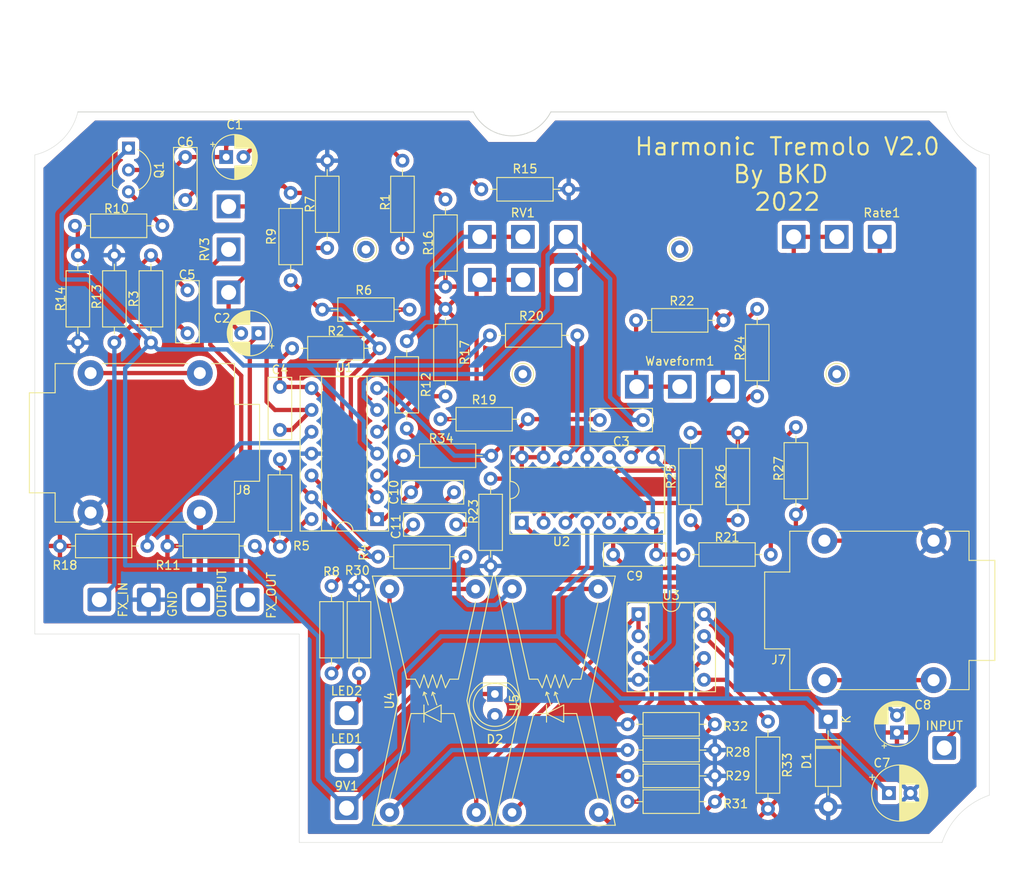
<source format=kicad_pcb>
(kicad_pcb (version 20211014) (generator pcbnew)
  (layers (0 "F.Cu" signal) (31 "B.Cu" signal) (34 "B.Paste" user) (35 "F.Paste" user) (36 "B.SilkS" user "B.Silkscreen") (37 "F.SilkS" user "F.Silkscreen") (38 "B.Mask" user) (39 "F.Mask" user) (44 "Edge.Cuts" user))
  (net 0 "")
  (net 1 "FX_IN")
  (net 2 "FX_OUT")
  (net 3 "GND")
  (net 4 "Net-(J7-PadSN)")
  (net 5 "Net-(J8-PadSN)")
  (net 6 "+9V")
  (net 7 "Net-(C1-Pad1)")
  (net 8 "Net-(C1-Pad2)")
  (net 9 "Net-(C2-Pad1)")
  (net 10 "Net-(C2-Pad2)")
  (net 11 "Net-(C3-Pad1)")
  (net 12 "Net-(C3-Pad2)")
  (net 13 "Net-(C4-Pad1)")
  (net 14 "Low")
  (net 15 "Net-(C5-Pad1)")
  (net 16 "Net-(C6-Pad1)")
  (net 17 "4.5V")
  (net 18 "Net-(C9-Pad1)")
  (net 19 "Net-(C9-Pad2)")
  (net 20 "Net-(D2-Pad1)")
  (net 21 "Net-(D2-Pad2)")
  (net 22 "Net-(R1-Pad2)")
  (net 23 "Net-(R2-Pad2)")
  (net 24 "Net-(R4-Pad1)")
  (net 25 "ModL")
  (net 26 "High")
  (net 27 "ModH")
  (net 28 "Net-(R11-Pad1)")
  (net 29 "Net-(R17-Pad2)")
  (net 30 "Net-(R18-Pad1)")
  (net 31 "Net-(R19-Pad2)")
  (net 32 "Net-(R20-Pad2)")
  (net 33 "Net-(R21-Pad2)")
  (net 34 "Net-(R22-Pad2)")
  (net 35 "Net-(R24-Pad2)")
  (net 36 "Net-(R25-Pad2)")
  (net 37 "Net-(R26-Pad1)")
  (net 38 "Net-(R27-Pad1)")
  (net 39 "Net-(R28-Pad1)")
  (net 40 "Net-(R29-Pad1)")
  (net 41 "Net-(R31-Pad1)")
  (net 42 "Net-(R31-Pad2)")
  (net 43 "Net-(R33-Pad2)")
  (net 44 "Net-(U3-Pad1)")
  (net 45 "Net-(INPUT1-Pad1)")
  (net 46 "Net-(J8-PadT)")
  (net 47 "Net-(Q1-Pad3)")
  (net 48 "Net-(R12-Pad2)")
  (net 49 "Net-(R34-Pad2)")
  (net 50 "Net-(C4-Pad2)")
  (net 51 "Net-(R12-Pad1)")
  (net 52 "Net-(R30-Pad1)")
  (footprint "Connector_Wire:SolderWire-1sqmm_1x01_D1.4mm_OD2.7mm" (layer "F.Cu") (at 107.5 106)
    (fp_text reference "OUTPUT")
    (fp_text value "OUTPUT")
  )
  (footprint "Resistor_THT:R_Axial_DIN0207_L6.3mm_D2.5mm_P10.16mm_Horizontal" (layer "F.Cu") (at 145.83 85 180)
    (fp_text reference "R34")
    (fp_text value "1k")
  )
  (footprint "Capacitor_THT:CP_Radial_D5.0mm_P2.00mm" (layer "F.Cu") (at 188.75 121.455113 90)
    (fp_text reference "C8")
    (fp_text value "10u")
  )
  (footprint "Resistor_THT:R_Axial_DIN0207_L6.3mm_D2.5mm_P10.16mm_Horizontal" (layer "F.Cu") (at 118.42 76.75)
    (fp_text reference "R2")
    (fp_text value "22k")
  )
  (footprint "1590BB:Alpha_16mm_PCB_RA" (layer "F.Cu") (at 163.5 74.2175)
    (fp_text reference "Waveform1")
    (fp_text value "Waveform")
  )
  (footprint "Resistor_THT:R_Axial_DIN0207_L6.3mm_D2.5mm_P10.16mm_Horizontal" (layer "F.Cu") (at 123 104.42 -90)
    (fp_text reference "R8")
    (fp_text value "47k")
  )
  (footprint "Capacitor_THT:CP_Radial_D5.0mm_P2.00mm" (layer "F.Cu") (at 110.75 54.5)
    (fp_text reference "C1")
    (fp_text value "4.7u")
  )
  (footprint "Connector_Pin:Pin_D1.0mm_L10.0mm" (layer "F.Cu") (at 163.5 65.2175)
    (fp_text reference "DRL1" hide)
    (fp_text value "Pin_D1.0mm_L10.0mm")
  )
  (footprint "Resistor_THT:R_Axial_DIN0207_L6.3mm_D2.5mm_P10.16mm_Horizontal" (layer "F.Cu") (at 163.92 100.75)
    (fp_text reference "R21")
    (fp_text value "10k")
  )
  (footprint "Capacitor_THT:C_Rect_L7.0mm_W2.5mm_P5.00mm" (layer "F.Cu") (at 117 86.25 90)
    (fp_text reference "C4")
    (fp_text value "18n")
  )
  (footprint "Connector_Audio:Jack_6.35mm_Neutrik_NMJ4HCD2_Horizontal" (layer "F.Cu") (at 107.685 95.865 180)
    (fp_text reference "J8")
    (fp_text value "OUPUT_JACK")
  )
  (footprint "Capacitor_THT:C_Rect_L7.0mm_W2.5mm_P5.00mm" (layer "F.Cu") (at 160.75 100.75 180)
    (fp_text reference "C9")
    (fp_text value "1u")
  )
  (footprint "Resistor_THT:R_Axial_DIN0207_L6.3mm_D2.5mm_P10.16mm_Horizontal" (layer "F.Cu") (at 141.42 75.25)
    (fp_text reference "R20")
    (fp_text value "100k")
  )
  (footprint "1590BB:Alpha_16mm_PCB_RA" (layer "F.Cu") (at 118.0325 65.25 -90)
    (fp_text reference "RV3")
    (fp_text value "Mix")
  )
  (footprint "Package_TO_SOT_THT:TO-92_Inline_Wide" (layer "F.Cu") (at 99.39 53.46 -90)
    (fp_text reference "Q1")
    (fp_text value "Q_NJFET_DSG")
  )
  (footprint "Vactrol:Vactrol" (layer "F.Cu") (at 134.75 117.75 90)
    (fp_text reference "U4")
    (fp_text value "VTL5C")
  )
  (footprint "Resistor_THT:R_Axial_DIN0207_L6.3mm_D2.5mm_P10.16mm_Horizontal" (layer "F.Cu") (at 164.75 96.75 90)
    (fp_text reference "R25")
    (fp_text value "100k")
  )
  (footprint "Resistor_THT:R_Axial_DIN0207_L6.3mm_D2.5mm_P10.16mm_Horizontal" (layer "F.Cu") (at 157.42 126.5)
    (fp_text reference "R29")
    (fp_text value "1k")
  )
  (footprint "Connector_Audio:Jack_6.35mm_Neutrik_NMJ4HCD2_Horizontal" (layer "F.Cu") (at 180.315 99.135)
    (fp_text reference "J7")
    (fp_text value "INPUT_JACK")
  )
  (footprint "Resistor_THT:R_Axial_DIN0207_L6.3mm_D2.5mm_P10.16mm_Horizontal" (layer "F.Cu") (at 93.5 65.92 -90)
    (fp_text reference "R14")
    (fp_text value "1Meg")
  )
  (footprint "Connector_Wire:SolderWire-1sqmm_1x01_D1.4mm_OD2.7mm" (layer "F.Cu") (at 113.25 106)
    (fp_text reference "FX_OUT")
    (fp_text value "FX_OUT")
  )
  (footprint "Package_DIP:DIP-14_W7.62mm_Socket" (layer "F.Cu") (at 145.125 97.05 90)
    (fp_text reference "U2")
    (fp_text value "LM324")
  )
  (footprint "Resistor_THT:R_Axial_DIN0207_L6.3mm_D2.5mm_P10.16mm_Horizontal" (layer "F.Cu") (at 170.25 96.75 90)
    (fp_text reference "R26")
    (fp_text value "100k")
  )
  (footprint "Capacitor_THT:C_Rect_L7.0mm_W2.5mm_P5.00mm" (layer "F.Cu") (at 159.2 85.1 180)
    (fp_text reference "C3")
    (fp_text value "18n")
  )
  (footprint "Resistor_THT:R_Axial_DIN0207_L6.3mm_D2.5mm_P10.16mm_Horizontal" (layer "F.Cu") (at 132.08 72.25 180)
    (fp_text reference "R6")
    (fp_text value "22k")
  )
  (footprint "Resistor_THT:R_Axial_DIN0207_L6.3mm_D2.5mm_P10.16mm_Horizontal" (layer "F.Cu") (at 141.5 91.92 -90)
    (fp_text reference "R23")
    (fp_text value "100k")
  )
  (footprint "1590BB:Alpha_16mm_PCB_RA_Dual" (layer "F.Cu") (at 145.25 70.7825 180)
    (fp_text reference "RV1")
    (fp_text value "250k")
  )
  (footprint "Resistor_THT:R_Axial_DIN0207_L6.3mm_D2.5mm_P10.16mm_Horizontal" (layer "F.Cu") (at 101.58 99.75 180)
    (fp_text reference "R18")
    (fp_text value "22k")
  )
  (footprint "Capacitor_THT:C_Rect_L7.0mm_W2.5mm_P5.00mm" (layer "F.Cu") (at 132.5 97.25)
    (fp_text reference "C11")
    (fp_text value "100n")
  )
  (footprint "Resistor_THT:R_Axial_DIN0207_L6.3mm_D2.5mm_P10.16mm_Horizontal" (layer "F.Cu") (at 177 96.08 90)
    (fp_text reference "R27")
    (fp_text value "47k")
  )
  (footprint "Resistor_THT:R_Axial_DIN0207_L6.3mm_D2.5mm_P10.16mm_Horizontal" (layer "F.Cu") (at 126.2 114.58 90)
    (fp_text reference "R30")
    (fp_text value "1k")
  )
  (footprint "Resistor_THT:R_Axial_DIN0207_L6.3mm_D2.5mm_P10.16mm_Horizontal" (layer "F.Cu") (at 131.25 54.92 -90)
    (fp_text reference "R1")
    (fp_text value "22k")
  )
  (footprint "Resistor_THT:R_Axial_DIN0207_L6.3mm_D2.5mm_P10.16mm_Horizontal" (layer "F.Cu") (at 131.75 86.08 90)
    (fp_text reference "R12")
    (fp_text value "1k")
  )
  (footprint "Resistor_THT:R_Axial_DIN0207_L6.3mm_D2.5mm_P10.16mm_Horizontal" (layer "F.Cu") (at 128.42 101)
    (fp_text reference "R4")
    (fp_text value "100k")
  )
  (footprint "Resistor_THT:R_Axial_DIN0207_L6.3mm_D2.5mm_P10.16mm_Horizontal" (layer "F.Cu") (at 97.75 76.08 90)
    (fp_text reference "R13")
    (fp_text value "1Meg")
  )
  (footprint "Resistor_THT:R_Axial_DIN0207_L6.3mm_D2.5mm_P10.16mm_Horizontal" (layer "F.Cu") (at 102 76.08 90)
    (fp_text reference "R3")
    (fp_text value "1Meg")
  )
  (footprint "Resistor_THT:R_Axial_DIN0207_L6.3mm_D2.5mm_P10.16mm_Horizontal" (layer "F.Cu") (at 157.42 129.5)
    (fp_text reference "R31")
    (fp_text value "22k")
  )
  (footprint "Vactrol:Vactrol" (layer "F.Cu") (at 149 117.75 90)
    (fp_text reference "U5")
    (fp_text value "VTL5C")
  )
  (footprint "Resistor_THT:R_Axial_DIN0207_L6.3mm_D2.5mm_P10.16mm_Horizontal" (layer "F.Cu") (at 173.75 130.33 90)
    (fp_text reference "R33")
    (fp_text value "10k")
  )
  (footprint "Connector_Pin:Pin_D1.0mm_L10.0mm" (layer "F.Cu") (at 181.75 79.75 180)
    (fp_text reference "DRL2" hide)
    (fp_text value "Pin_D1.0mm_L10.0mm")
  )
  (footprint "Resistor_THT:R_Axial_DIN0207_L6.3mm_D2.5mm_P10.16mm_Horizontal" (layer "F.Cu") (at 117 99.83 90)
    (fp_text reference "R5")
    (fp_text value "100k")
  )
  (footprint "Connector_Pin:Pin_D1.0mm_L10.0mm" (layer "F.Cu") (at 145.25 79.75)
    (fp_text reference "DRL1" hide)
    (fp_text value "Pin_D1.0mm_L10.0mm")
  )
  (footprint "Resistor_THT:R_Axial_DIN0207_L6.3mm_D2.5mm_P10.16mm_Horizontal" (layer "F.Cu") (at 168.58 73.5 180)
    (fp_text reference "R22")
    (fp_text value "4.7k")
  )
  (footprint "Connector_Wire:SolderWire-1sqmm_1x01_D1.4mm_OD2.7mm" (layer "F.Cu") (at 96 106)
    (fp_text reference "FX_IN")
    (fp_text value "FX_IN")
  )
  (footprint "Resistor_THT:R_Axial_DIN0207_L6.3mm_D2.5mm_P10.16mm_Horizontal" (layer "F.Cu") (at 118.25 68.83 90)
    (fp_text reference "R9")
    (fp_text value "22k")
  )
  (footprint "Connector_Wire:SolderWire-1sqmm_1x01_D1.4mm_OD2.7mm" (layer "F.Cu") (at 194.25 123.25)
    (fp_text reference "INPUT")
    (fp_text value "INPUT")
  )
  (footprint "Connector_Wire:SolderWire-1sqmm_1x01_D1.4mm_OD2.7mm" (layer "F.Cu") (at 124.75 119.2)
    (fp_text reference "LED2")
    (fp_text value "LED2")
  )
  (footprint "Connector_Pin:Pin_D1.0mm_L10.0mm" (layer "F.Cu") (at 127 65.25 90)
    (fp_text reference "DRL3" hide)
    (fp_text value "Pin_D1.0mm_L10.0mm")
  )
  (footprint "Resistor_THT:R_Axial_DIN0207_L6.3mm_D2.5mm_P10.16mm_Horizontal" (layer "F.Cu") (at 141.58 89.25 180)
    (fp_text reference "R19")
    (fp_text value "27k")
  )
  (footprint "Connector_Wire:SolderWire-1sqmm_1x01_D1.4mm_OD2.7mm" (layer "F.Cu") (at 124.75 130.25)
    (fp_text reference "9V1")
    (fp_text value "9V")
  )
  (footprint "Resistor_THT:R_Axial_DIN0207_L6.3mm_D2.5mm_P10.16mm_Horizontal" (layer "F.Cu") (at 140.42 58.25)
    (fp_text reference "R15")
    (fp_text value "2.2k")
  )
  (footprint "Resistor_THT:R_Axial_DIN0207_L6.3mm_D2.5mm_P10.16mm_Horizontal" (layer "F.Cu") (at 122.5 65.08 90)
    (fp_text reference "R7")
    (fp_text value "1Meg")
  )
  (footprint "Resistor_THT:R_Axial_DIN0207_L6.3mm_D2.5mm_P10.16mm_Horizontal" (layer "F.Cu") (at 157.42 123.5)
    (fp_text reference "R28")
    (fp_text value "1k")
  )
  (footprint "Capacitor_THT:C_Rect_L7.0mm_W2.5mm_P5.00mm" (layer "F.Cu") (at 106.25 70 -90)
    (fp_text reference "C5")
    (fp_text value "47n")
  )
  (footprint "Capacitor_THT:C_Rect_L7.0mm_W2.5mm_P5.00mm" (layer "F.Cu") (at 106 59.5 90)
    (fp_text reference "C6")
    (fp_text value "100n")
  )
  (footprint "Capacitor_THT:C_Rect_L7.0mm_W2.5mm_P5.00mm" (layer "F.Cu") (at 132.25 93.5)
    (fp_text reference "C10")
    (fp_text value "22n")
  )
  (footprint "Resistor_THT:R_Axial_DIN0207_L6.3mm_D2.5mm_P10.16mm_Horizontal" (layer "F.Cu") (at 136.25 72.17 -90)
    (fp_text reference "R17")
    (fp_text value "22k")
  )
  (footprint "Resistor_THT:R_Axial_DIN0207_L6.3mm_D2.5mm_P10.16mm_Horizontal" (layer "F.Cu") (at 136.25 59.42 -90)
    (fp_text reference "R16")
    (fp_text value "1Meg")
  )
  (footprint "Diode_THT:D_DO-41_SOD81_P10.16mm_Horizontal" (layer "F.Cu") (at 180.75 119.92 -90)
    (fp_text reference "D1")
    (fp_text value "1N4001")
  )
  (footprint "Resistor_THT:R_Axial_DIN0207_L6.3mm_D2.5mm_P10.16mm_Horizontal" (layer "F.Cu") (at 93.17 62.5)
    (fp_text reference "R10")
    (fp_text value "1k")
  )
  (footprint "Capacitor_THT:CP_Radial_D6.3mm_P2.50mm" (layer "F.Cu") (at 187.817621 128.5)
    (fp_text reference "C7")
    (fp_text value "100u")
  )
  (footprint "Capacitor_THT:CP_Radial_D5.0mm_P2.00mm" (layer "F.Cu") (at 114.5 75 180)
    (fp_text reference "C2")
    (fp_text value "4.7u")
  )
  (footprint "Package_DIP:DIP-14_W7.62mm_Socket" (layer "F.Cu") (at 128.3 96.625 180)
    (fp_text reference "U1")
    (fp_text value "TL074")
  )
  (footprint "Resistor_THT:R_Axial_DIN0207_L6.3mm_D2.5mm_P10.16mm_Horizontal" (layer "F.Cu") (at 114.08 99.75 180)
    (fp_text reference "R11")
    (fp_text value "22k")
  )
  (footprint "Package_DIP:DIP-8_W7.62mm_Socket" (layer "F.Cu") (at 158.7 107.7)
    (fp_text reference "U3")
    (fp_text value "LM358")
  )
  (footprint "LED_THT:LED_D5.0mm" (layer "F.Cu") (at 142 116.975 -90)
    (fp_text reference "D2")
    (fp_text value "LED")
  )
  (footprint "Connector_Wire:SolderWire-1sqmm_1x01_D1.4mm_OD2.7mm" (layer "F.Cu") (at 124.75 124.75)
    (fp_text reference "LED1")
    (fp_text value "LED1")
  )
  (footprint "1590BB:Alpha_16mm_PCB_RA" (layer "F.Cu") (at 181.75 70.7825 180)
    (fp_text reference "Rate1")
    (fp_text value "Rate")
  )
  (footprint "Resistor_THT:R_Axial_DIN0207_L6.3mm_D2.5mm_P10.16mm_Horizontal" (layer "F.Cu") (at 157.42 120.5)
    (fp_text reference "R32")
    (fp_text value "22k")
  )
  (footprint "Connector_Wire:SolderWire-1sqmm_1x01_D1.4mm_OD2.7mm" (layer "F.Cu") (at 101.75 106)
    (fp_text reference "GND")
    (fp_text value "GND")
  )
  (footprint "Resistor_THT:R_Axial_DIN0207_L6.3mm_D2.5mm_P10.16mm_Horizontal" (layer "F.Cu") (at 172.5 82.33 90)
    (fp_text reference "R24")
    (fp_text value "470k")
  )
  (gr_line (start 199.5 128.75) (end 199.5 54.25) (layer "Edge.Cuts") (width 0.05))
  (gr_line (start 119.25 134.25) (end 194 134.25) (layer "Edge.Cuts") (width 0.05))
  (gr_arc (start 148.499999 49.25) (mid 144 52.031152) (end 139.500001 49.25) (layer "Edge.Cuts") (width 0.1))
  (gr_line (start 119.25 134.25) (end 119.25 120.75) (layer "Edge.Cuts") (width 0.05))
  (gr_line (start 194.5 49.25) (end 148.5 49.25) (layer "Edge.Cuts") (width 0.1))
  (gr_arc (start 194 134.25) (mid 196.111628 130.861628) (end 199.5 128.75) (layer "Edge.Cuts") (width 0.05))
  (gr_line (start 88.5 54.25) (end 88.5 110) (layer "Edge.Cuts") (width 0.05))
  (gr_arc (start 93.5 49.25) (mid 91.707203 52.457203) (end 88.5 54.25) (layer "Edge.Cuts") (width 0.05))
  (gr_line (start 119.25 120.75) (end 119.25 110) (layer "Edge.Cuts") (width 0.05))
  (gr_line (start 93.5 49.25) (end 139.5 49.25) (layer "Edge.Cuts") (width 0.1))
  (gr_arc (start 199.5 54.25) (mid 196.292797 52.457203) (end 194.5 49.25) (layer "Edge.Cuts") (width 0.05))
  (gr_line (start 119.25 110) (end 88.5 110) (layer "Edge.Cuts") (width 0.05))
  (gr_text "Harmonic Tremolo V2.0\nBy BKD \n2022" (at 176 56.5) (layer "F.SilkS") (effects (font (size 2 2) (thickness 0.25))))
  (segment (start 97.75 76.08) (end 99.629999 74.200001) (width 0.5) (layer "F.Cu") (net 1))
  (segment (start 105.450001 74.200001) (end 106.25 75) (width 0.5) (layer "F.Cu") (net 1))
  (segment (start 99.629999 74.200001) (end 105.450001 74.200001) (width 0.5) (layer "F.Cu") (net 1))
  (segment (start 97.75 76.08) (end 97.75 104.25) (width 0.5) (layer "B.Cu") (net 1))
  (segment (start 97.75 104.25) (end 96 106) (width 0.5) (layer "B.Cu") (net 1))
  (segment (start 108.907989 76.342011) (end 112.5 79.934022) (width 0.5) (layer "F.Cu") (net 2))
  (segment (start 112.5 105.25) (end 113.25 106) (width 0.5) (layer "F.Cu") (net 2))
  (segment (start 108.907989 67.374511) (end 108.907989 76.342011) (width 0.5) (layer "F.Cu") (net 2))
  (segment (start 111.0325 65.25) (end 108.907989 67.374511) (width 0.5) (layer "F.Cu") (net 2))
  (segment (start 112.5 79.934022) (end 112.5 105.25) (width 0.5) (layer "F.Cu") (net 2))
  (segment (start 193.015 115.365) (end 180.315 115.365) (width 0.5) (layer "F.Cu") (net 4))
  (segment (start 94.985 79.635) (end 107.685 79.635) (width 0.5) (layer "F.Cu") (net 5))
  (segment (start 91.620489 61.229511) (end 99.39 53.46) (width 0.5) (layer "B.Cu") (net 6))
  (segment (start 120.236341 78.75) (end 137.92 78.75) (width 0.5) (layer "B.Cu") (net 6))
  (segment (start 124.75 130.25) (end 121.450489 126.950489) (width 0.5) (layer "B.Cu") (net 6))
  (segment (start 113.150978 102) (end 99 102) (width 0.5) (layer "B.Cu") (net 6))
  (segment (start 180.75 119.92) (end 180.75 121.432379) (width 0.5) (layer "B.Cu") (net 6))
  (segment (start 180.75 121.432379) (end 187.817621 128.5) (width 0.5) (layer "B.Cu") (net 6))
  (segment (start 99 102) (end 99 79.08) (width 0.5) (layer "B.Cu") (net 6))
  (segment (start 149.375 105.625) (end 152.745 102.255) (width 0.5) (layer "B.Cu") (net 6))
  (segment (start 94.67 68.75) (end 91.75 68.75) (width 0.5) (layer "B.Cu") (net 6))
  (segment (start 149.375 110.263659) (end 156.611341 117.5) (width 0.5) (layer "B.Cu") (net 6))
  (segment (start 137.92 78.75) (end 141.42 75.25) (width 0.5) (layer "B.Cu") (net 6))
  (segment (start 169 117.5) (end 169 110.38) (width 0.5) (layer "B.Cu") (net 6))
  (segment (start 102.799999 76.879999) (end 102 76.08) (width 0.5) (layer "B.Cu") (net 6))
  (segment (start 121.450489 110.299511) (end 113.150978 102) (width 0.5) (layer "B.Cu") (net 6))
  (segment (start 91.75 68.75) (end 91.620489 68.620489) (width 0.5) (layer "B.Cu") (net 6))
  (segment (start 131.4 123.6) (end 131.4 114.6) (width 0.5) (layer "B.Cu") (net 6))
  (segment (start 152.745 102.255) (end 152.745 97.05) (width 0.5) (layer "B.Cu") (net 6))
  (segment (start 102 76.08) (end 94.67 68.75) (width 0.5) (layer "B.Cu") (net 6))
  (segment (start 110.879999 76.879999) (end 102.799999 76.879999) (width 0.5) (layer "B.Cu") (net 6))
  (segment (start 110.879999 76.879999) (end 112.75 78.75) (width 0.5) (layer "B.Cu") (net 6))
  (segment (start 126.750489 87.455489) (end 128.3 89.005) (width 0.5) (layer "B.Cu") (net 6))
  (segment (start 91.620489 68.620489) (end 91.620489 61.229511) (width 0.5) (layer "B.Cu") (net 6))
  (segment (start 149.375 105.625) (end 149.375 110.263659) (width 0.5) (layer "B.Cu") (net 6))
  (segment (start 169 117.5) (end 178.33 117.5) (width 0.5) (layer "B.Cu") (net 6))
  (segment (start 120.236341 78.75) (end 126.750489 85.264148) (width 0.5) (layer "B.Cu") (net 6))
  (segment (start 131.4 114.6) (end 135.736341 110.263659) (width 0.5) (layer "B.Cu") (net 6))
  (segment (start 135.736341 110.263659) (end 149.375 110.263659) (width 0.5) (layer "B.Cu") (net 6))
  (segment (start 99 79.08) (end 102 76.08) (width 0.5) (layer "B.Cu") (net 6))
  (segment (start 156.611341 117.5) (end 169 117.5) (width 0.5) (layer "B.Cu") (net 6))
  (segment (start 124.75 130.25) (end 131.4 123.6) (width 0.5) (layer "B.Cu") (net 6))
  (segment (start 169 110.38) (end 166.32 107.7) (width 0.5) (layer "B.Cu") (net 6))
  (segment (start 126.750489 85.264148) (end 126.750489 87.455489) (width 0.5) (layer "B.Cu") (net 6))
  (segment (start 121.450489 126.950489) (end 121.450489 110.299511) (width 0.5) (layer "B.Cu") (net 6))
  (segment (start 112.75 78.75) (end 120.236341 78.75) (width 0.5) (layer "B.Cu") (net 6))
  (segment (start 178.33 117.5) (end 180.75 119.92) (width 0.5) (layer "B.Cu") (net 6))
  (segment (start 106 54.5) (end 110.75 54.5) (width 0.5) (layer "F.Cu") (net 7))
  (segment (start 104.5 56) (end 106 54.5) (width 0.5) (layer "F.Cu") (net 7))
  (segment (start 110.75 53.2) (end 111.661042 52.288958) (width 0.5) (layer "F.Cu") (net 7))
  (segment (start 99.39 56) (end 104.5 56) (width 0.5) (layer "F.Cu") (net 7))
  (segment (start 110.75 54.5) (end 110.75 53.2) (width 0.5) (layer "F.Cu") (net 7))
  (segment (start 134.458958 52.288958) (end 140.42 58.25) (width 0.5) (layer "F.Cu") (net 7))
  (segment (start 111.661042 52.288958) (end 134.458958 52.288958) (width 0.5) (layer "F.Cu") (net 7))
  (segment (start 113.879511 53.370489) (end 129.700489 53.370489) (width 0.5) (layer "F.Cu") (net 8))
  (segment (start 129.700489 53.370489) (end 131.25 54.92) (width 0.5) (layer "F.Cu") (net 8))
  (segment (start 112.75 54.5) (end 113.879511 53.370489) (width 0.5) (layer "F.Cu") (net 8))
  (segment (start 113.5 76.191341) (end 113.5 96.33) (width 0.5) (layer "F.Cu") (net 9))
  (segment (start 113.5 96.33) (end 117 99.83) (width 0.5) (layer "F.Cu") (net 9))
  (segment (start 114.5 75.191341) (end 113.5 76.191341) (width 0.5) (layer "F.Cu") (net 9))
  (segment (start 120.205 96.625) (end 120.68 96.625) (width 0.5) (layer "F.Cu") (net 9))
  (segment (start 114.5 75) (end 114.5 75.191341) (width 0.5) (layer "F.Cu") (net 9))
  (segment (start 117 99.83) (end 120.205 96.625) (width 0.5) (layer "F.Cu") (net 9))
  (segment (start 111.0325 73.5325) (end 112.5 75) (width 0.5) (layer "F.Cu") (net 10))
  (segment (start 111.0325 70.25) (end 116.2025 65.08) (width 0.5) (layer "F.Cu") (net 10))
  (segment (start 111.0325 70.25) (end 111.0325 73.5325) (width 0.5) (layer "F.Cu") (net 10))
  (segment (start 116.2025 65.08) (end 122.5 65.08) (width 0.5) (layer "F.Cu") (net 10))
  (segment (start 148.125489 65.907011) (end 150.25 63.7825) (width 0.5) (layer "B.Cu") (net 11))
  (segment (start 140.657491 79.74952) (end 148.125489 72.281522) (width 0.5) (layer "B.Cu") (net 11))
  (segment (start 155.4 82.43137) (end 155.4 68.7) (width 0.5) (layer "B.Cu") (net 11))
  (segment (start 150.4825 63.7825) (end 150.25 63.7825) (width 0.5) (layer "B.Cu") (net 11))
  (segment (start 155.4 68.7) (end 150.4825 63.7825) (width 0.5) (layer "B.Cu") (net 11))
  (segment (start 127.744139 79.74952) (end 140.657491 79.74952) (width 0.5) (layer "B.Cu") (net 11))
  (segment (start 148.125489 72.281522) (end 148.125489 65.907011) (width 0.5) (layer "B.Cu") (net 11))
  (segment (start 128.3 83.925) (end 126.750489 82.375489) (width 0.5) (layer "B.Cu") (net 11))
  (segment (start 159.2 85.1) (end 158.06863 85.1) (width 0.5) (layer "B.Cu") (net 11))
  (segment (start 126.750489 82.375489) (end 126.750489 80.74317) (width 0.5) (layer "B.Cu") (net 11))
  (segment (start 158.06863 85.1) (end 155.4 82.43137) (width 0.5) (layer "B.Cu") (net 11))
  (segment (start 126.750489 80.74317) (end 127.744139 79.74952) (width 0.5) (layer "B.Cu") (net 11))
  (segment (start 141.58 89.25) (end 145.83 85) (width 0.5) (layer "F.Cu") (net 12))
  (segment (start 145.83 85) (end 154.1 85) (width 0.5) (layer "F.Cu") (net 12))
  (segment (start 154.1 85) (end 154.2 85.1) (width 0.5) (layer "F.Cu") (net 12))
  (segment (start 137.29637 89.25) (end 141.58 89.25) (width 0.5) (layer "B.Cu") (net 12))
  (segment (start 129.43137 81.385) (end 137.29637 89.25) (width 0.5) (layer "B.Cu") (net 12))
  (segment (start 128.3 81.385) (end 129.43137 81.385) (width 0.5) (layer "B.Cu") (net 12))
  (segment (start 115.450489 77.449511) (end 119.100489 73.799511) (width 0.5) (layer "F.Cu") (net 13))
  (segment (start 138.125489 61.657989) (end 151.957989 61.657989) (width 0.5) (layer "F.Cu") (net 13))
  (segment (start 152.4 66.6325) (end 150.25 68.7825) (width 0.5) (layer "F.Cu") (net 13))
  (segment (start 152.4 62.1) (end 152.4 66.6325) (width 0.5) (layer "F.Cu") (net 13))
  (segment (start 117 86.25) (end 118.355 86.25) (width 0.5) (layer "F.Cu") (net 13))
  (segment (start 115.450489 82.950489) (end 115.450489 77.449511) (width 0.5) (layer "F.Cu") (net 13))
  (segment (start 116.425 83.925) (end 115.450489 82.950489) (width 0.5) (layer "F.Cu") (net 13))
  (segment (start 125.983967 73.799511) (end 138.125489 61.657989) (width 0.5) (layer "F.Cu") (net 13))
  (segment (start 118.355 86.25) (end 120.68 83.925) (width 0.5) (layer "F.Cu") (net 13))
  (segment (start 119.100489 73.799511) (end 125.983967 73.799511) (width 0.5) (layer "F.Cu") (net 13))
  (segment (start 151.957989 61.657989) (end 152.4 62.1) (width 0.5) (layer "F.Cu") (net 13))
  (segment (start 120.68 83.925) (end 116.425 83.925) (width 0.5) (layer "F.Cu") (net 13))
  (segment (start 146.65096 104.75) (end 154 104.75) (width 0.5) (layer "F.Cu") (net 14))
  (segment (start 137.5 97.25) (end 139.15096 97.25) (width 0.5) (layer "F.Cu") (net 14))
  (segment (start 139.15096 97.25) (end 146.65096 104.75) (width 0.5) (layer "F.Cu") (net 14))
  (segment (start 102.17 65.92) (end 101.75 65.92) (width 0.5) (layer "F.Cu") (net 15))
  (segment (start 93.5 62.83) (end 93.17 62.5) (width 0.5) (layer "F.Cu") (net 15))
  (segment (start 93.5 65.92) (end 93.5 62.83) (width 0.5) (layer "F.Cu") (net 15))
  (segment (start 102.17 65.92) (end 102 65.92) (width 0.5) (layer "F.Cu") (net 15))
  (segment (start 95.049511 67.469511) (end 100.450489 67.469511) (width 0.5) (layer "F.Cu") (net 15))
  (segment (start 106.25 70) (end 102.17 65.92) (width 0.5) (layer "F.Cu") (net 15))
  (segment (start 93.5 65.92) (end 95.049511 67.469511) (width 0.5) (layer "F.Cu") (net 15))
  (segment (start 100.450489 67.469511) (end 102 65.92) (width 0.5) (layer "F.Cu") (net 15))
  (segment (start 107.629999 57.870001) (end 117.450001 57.870001) (width 0.5) (layer "F.Cu") (net 16))
  (segment (start 117.450001 57.870001) (end 118.25 58.67) (width 0.5) (layer "F.Cu") (net 16))
  (segment (start 106 59.5) (end 107.629999 57.870001) (width 0.5) (layer "F.Cu") (net 16))
  (segment (start 118.25 58.67) (end 135.5 58.67) (width 0.5) (layer "F.Cu") (net 16))
  (segment (start 135.5 58.67) (end 136.25 59.42) (width 0.5) (layer "F.Cu") (net 16))
  (segment (start 163.92 100.75) (end 160.75 100.75) (width 0.5) (layer "F.Cu") (net 18))
  (segment (start 160.75 97.435) (end 160.365 97.05) (width 0.5) (layer "F.Cu") (net 18))
  (segment (start 160.75 100.75) (end 160.75 97.435) (width 0.5) (layer "F.Cu") (net 18))
  (segment (start 160.365 94.51) (end 155.285 89.43) (width 0.5) (layer "B.Cu") (net 18))
  (segment (start 160.365 97.05) (end 160.365 94.51) (width 0.5) (layer "B.Cu") (net 18))
  (segment (start 165.549999 97.549999) (end 164.75 96.75) (width 0.5) (layer "F.Cu") (net 19))
  (segment (start 165.549999 101.311342) (end 165.549999 97.549999) (width 0.5) (layer "F.Cu") (net 19))
  (segment (start 157.299511 102.299511) (end 164.56183 102.299511) (width 0.5) (layer "F.Cu") (net 19))
  (segment (start 155.75 100.75) (end 155.75 99.125) (width 0.5) (layer "F.Cu") (net 19))
  (segment (start 164.56183 102.299511) (end 165.549999 101.311342) (width 0.5) (layer "F.Cu") (net 19))
  (segment (start 155.75 99.125) (end 157.825 97.05) (width 0.5) (layer "F.Cu") (net 19))
  (segment (start 155.75 100.75) (end 157.299511 102.299511) (width 0.5) (layer "F.Cu") (net 19))
  (segment (start 124.75 124.75) (end 132.525 116.975) (width 0.5) (layer "F.Cu") (net 20))
  (segment (start 132.525 116.975) (end 142 116.975) (width 0.5) (layer "F.Cu") (net 20))
  (segment (start 160.249511 117.670489) (end 160.249511 114.329511) (width 0.5) (layer "F.Cu") (net 21))
  (segment (start 157.42 120.5) (end 160.249511 117.670489) (width 0.5) (layer "F.Cu") (net 21))
  (segment (start 171.67 82.33) (end 172.5 82.33) (width 0.5) (layer "F.Cu") (net 21))
  (segment (start 164.75 84.341531) (end 166.789504 84.34153) (width 0.5) (layer "F.Cu") (net 21))
  (segment (start 167.631034 83.5) (end 170.5 83.5) (width 0.5) (layer "F.Cu") (net 21))
  (segment (start 166.789504 84.34153) (end 167.631034 83.5) (width 0.5) (layer "F.Cu") (net 21))
  (segment (start 160.365 88.726531) (end 164.75 84.341531) (width 0.5) (layer "F.Cu") (net 21))
  (segment (start 170.5 83.5) (end 171.67 82.33) (width 0.5) (layer "F.Cu") (net 21))
  (segment (start 160.249511 114.329511) (end 158.7 112.78) (width 0.5) (layer "F.Cu") (net 21))
  (segment (start 160.365 89.43) (end 160.365 88.726531) (width 0.5) (layer "F.Cu") (net 21))
  (segment (start 142.985 120.5) (end 142 119.515) (width 0.5) (layer "B.Cu") (net 21))
  (segment (start 158.7 112.78) (end 160.45 112.78) (width 0.5) (layer "B.Cu") (net 21))
  (segment (start 160.365 89.43) (end 162.299511 91.364511) (width 0.5) (layer "B.Cu") (net 21))
  (segment (start 157.42 120.5) (end 142.985 120.5) (width 0.5) (layer "B.Cu") (net 21))
  (segment (start 162.299511 91.364511) (end 162.299511 110.930489) (width 0.5) (layer "B.Cu") (net 21))
  (segment (start 160.45 112.78) (end 162.299511 110.930489) (width 0.5) (layer "B.Cu") (net 21))
  (segment (start 111.0325 60.25) (end 127.75 60.25) (width 0.5) (layer "F.Cu") (net 22))
  (segment (start 131.25 63.75) (end 131.25 65.08) (width 0.5) (layer "F.Cu") (net 22))
  (segment (start 127.75 60.25) (end 131.25 63.75) (width 0.5) (layer "F.Cu") (net 22))
  (segment (start 125.24856 91.03356) (end 125.24856 80.08144) (width 0.5) (layer "F.Cu") (net 23))
  (segment (start 118.25 68.83) (end 121.67 72.25) (width 0.5) (layer "F.Cu") (net 23))
  (segment (start 128.3 94.085) (end 125.24856 91.03356) (width 0.5) (layer "F.Cu") (net 23))
  (segment (start 125.24856 80.08144) (end 128.58 76.75) (width 0.5) (layer "F.Cu") (net 23))
  (segment (start 121.67 72.25) (end 121.92 72.25) (width 0.5) (layer "F.Cu") (net 23))
  (segment (start 124.08 72.25) (end 128.58 76.75) (width 0.5) (layer "B.Cu") (net 23))
  (segment (start 121.92 72.25) (end 124.08 72.25) (width 0.5) (layer "B.Cu") (net 23))
  (segment (start 128.42 101) (end 126.42 101) (width 0.5) (layer "F.Cu") (net 24))
  (segment (start 126.42 101) (end 123 104.42) (width 0.5) (layer "F.Cu") (net 24))
  (segment (start 117 90.405) (end 120.68 94.085) (width 0.5) (layer "F.Cu") (net 24))
  (segment (start 117 89.67) (end 117 90.405) (width 0.5) (layer "F.Cu") (net 24))
  (segment (start 127.595 101) (end 128.42 101) (width 0.5) (layer "B.Cu") (net 24))
  (segment (start 120.68 94.085) (end 127.595 101) (width 0.5) (layer "B.Cu") (net 24))
  (segment (start 137.780001 105.530001) (end 137.780001 101.799999) (width 0.5) (layer "B.Cu") (net 25))
  (segment (start 138.874511 106.624511) (end 137.780001 105.530001) (width 0.5) (layer "B.Cu") (net 25))
  (segment (start 144 104.75) (end 142.125489 106.624511) (width 0.5) (layer "B.Cu") (net 25))
  (segment (start 137.780001 101.799999) (end 138.58 101) (width 0.5) (layer "B.Cu") (net 25))
  (segment (start 142.125489 106.624511) (end 138.874511 106.624511) (width 0.5) (layer "B.Cu") (net 25))
  (segment (start 134.75 104.25) (end 134.75 96) (width 0.5) (layer "F.Cu") (net 26))
  (segment (start 135.25 104.75) (end 134.75 104.25) (width 0.5) (layer "F.Cu") (net 26))
  (segment (start 134.75 96) (end 137.25 93.5) (width 0.5) (layer "F.Cu") (net 26))
  (segment (start 139.75 104.75) (end 135.25 104.75) (width 0.5) (layer "F.Cu") (net 26))
  (segment (start 129.75 104.75) (end 129.75 107.83) (width 0.5) (layer "F.Cu") (net 27))
  (segment (start 129.75 107.83) (end 123 114.58) (width 0.5) (layer "F.Cu") (net 27))
  (segment (start 115.709511 101.379511) (end 118.11683 101.379511) (width 0.5) (layer "F.Cu") (net 28))
  (segment (start 122.25 93.115) (end 120.68 91.545) (width 0.5) (layer "F.Cu") (net 28))
  (segment (start 118.11683 101.379511) (end 122.25 97.246341) (width 0.5) (layer "F.Cu") (net 28))
  (segment (start 122.25 97.246341) (end 122.25 93.115) (width 0.5) (layer "F.Cu") (net 28))
  (segment (start 114.08 99.75) (end 115.709511 101.379511) (width 0.5) (layer "F.Cu") (net 28))
  (segment (start 136.25 82.33) (end 132.833534 82.33) (width 0.5) (layer "F.Cu") (net 29))
  (segment (start 128.698534 86.465) (end 128.3 86.465) (width 0.5) (layer "F.Cu") (net 29))
  (segment (start 132.833534 82.33) (end 128.698534 86.465) (width 0.5) (layer "F.Cu") (net 29))
  (segment (start 101.58 98.61863) (end 112.399119 87.799511) (width 0.5) (layer "B.Cu") (net 30))
  (segment (start 119.345489 87.799511) (end 120.68 86.465) (width 0.5) (layer "B.Cu") (net 30))
  (segment (start 112.399119 87.799511) (end 119.345489 87.799511) (width 0.5) (layer "B.Cu") (net 30))
  (segment (start 101.58 99.75) (end 101.58 98.61863) (width 0.5) (layer "B.Cu") (net 30))
  (segment (start 128.3 91.545) (end 129.125 91.545) (width 0.5) (layer "F.Cu") (net 31))
  (segment (start 129.125 91.545) (end 131.42 89.25) (width 0.5) (layer "F.Cu") (net 31))
  (segment (start 147.715 91.92) (end 150.205 89.43) (width 0.5) (layer "F.Cu") (net 32))
  (segment (start 141.5 91.92) (end 147.715 91.92) (width 0.5) (layer "F.Cu") (net 32))
  (segment (start 151.58 75.25) (end 151.58 88.055) (width 0.5) (layer "B.Cu") (net 32))
  (segment (start 151.58 88.055) (end 150.205 89.43) (width 0.5) (layer "B.Cu") (net 32))
  (segment (start 168.190489 90.979511) (end 174.08 96.869022) (width 0.5) (layer "F.Cu") (net 33))
  (segment (start 174.08 88.84) (end 177 85.92) (width 0.5) (layer "F.Cu") (net 33))
  (segment (start 174.08 96.869022) (end 174.08 88.84) (width 0.5) (layer "F.Cu") (net 33))
  (segment (start 156.275489 90.979511) (end 168.190489 90.979511) (width 0.5) (layer "F.Cu") (net 33))
  (segment (start 174.08 96.869022) (end 174.08 100.75) (width 0.5) (layer "F.Cu") (net 33))
  (segment (start 150.205 97.05) (end 156.275489 90.979511) (width 0.5) (layer "F.Cu") (net 33))
  (segment (start 163.5 81.2175) (end 158.5 81.2175) (width 0.5) (layer "F.Cu") (net 34))
  (segment (start 158.42 81.1375) (end 158.5 81.2175) (width 0.5) (layer "F.Cu") (net 34))
  (segment (start 158.42 73.5) (end 158.42 81.1375) (width 0.5) (layer "F.Cu") (net 34))
  (segment (start 168.5 76.17) (end 172.5 72.17) (width 0.5) (layer "F.Cu") (net 35))
  (segment (start 168.5 81.2175) (end 168.5 76.17) (width 0.5) (layer "F.Cu") (net 35))
  (segment (start 157.825 89.43) (end 163.912989 83.342011) (width 0.5) (layer "F.Cu") (net 35))
  (segment (start 166.375489 83.342011) (end 168.5 81.2175) (width 0.5) (layer "F.Cu") (net 35))
  (segment (start 163.912989 83.342011) (end 166.375489 83.342011) (width 0.5) (layer "F.Cu") (net 35))
  (segment (start 168.729139 84.49952) (end 173.111821 84.49952) (width 0.5) (layer "F.Cu") (net 36))
  (segment (start 166.638659 86.59) (end 168.729139 84.49952) (width 0.5) (layer "F.Cu") (net 36))
  (segment (start 176.75 63.7825) (end 181.75 63.7825) (width 0.5) (layer "F.Cu") (net 36))
  (segment (start 164.75 86.59) (end 166.638659 86.59) (width 0.5) (layer "F.Cu") (net 36))
  (segment (start 176.75 80.861341) (end 176.75 63.7825) (width 0.5) (layer "F.Cu") (net 36))
  (segment (start 173.111821 84.49952) (end 176.75 80.861341) (width 0.5) (layer "F.Cu") (net 36))
  (segment (start 155.285 97.05) (end 155.285 95.715) (width 0.5) (layer "F.Cu") (net 37))
  (segment (start 155.285 95.715) (end 156.25 94.75) (width 0.5) (layer "F.Cu") (net 37))
  (segment (start 168.83 96.75) (end 170.25 96.75) (width 0.5) (layer "F.Cu") (net 37))
  (segment (start 166.67 94.75) (end 168.75 96.83) (width 0.5) (layer "F.Cu") (net 37))
  (segment (start 168.75 96.83) (end 168.83 96.75) (width 0.5) (layer "F.Cu") (net 37))
  (segment (start 156.25 94.75) (end 166.67 94.75) (width 0.5) (layer "F.Cu") (net 37))
  (segment (start 175.3 104.5) (end 177 102.8) (width 0.5) (layer "F.Cu") (net 38))
  (segment (start 177 96.08) (end 186.75 86.33) (width 0.5) (layer "F.Cu") (net 38))
  (segment (start 186.75 86.33) (end 186.75 63.7825) (width 0.5) (layer "F.Cu") (net 38))
  (segment (start 158.086466 104.5) (end 175.3 104.5) (width 0.5) (layer "F.Cu") (net 38))
  (segment (start 150.374511 102.299511) (end 155.885977 102.299511) (width 0.5) (layer "F.Cu") (net 38))
  (segment (start 145.125 97.05) (end 150.374511 102.299511) (width 0.5) (layer "F.Cu") (net 38))
  (segment (start 155.885977 102.299511) (end 158.086466 104.5) (width 0.5) (layer "F.Cu") (net 38))
  (segment (start 177 102.8) (end 177 96.08) (width 0.5) (layer "F.Cu") (net 38))
  (segment (start 129.75 130.75) (end 137 123.5) (width 0.5) (layer "B.Cu") (net 39))
  (segment (start 137 123.5) (end 157.42 123.5) (width 0.5) (layer "B.Cu") (net 39))
  (segment (start 144 130.75) (end 148.25 126.5) (width 0.5) (layer "F.Cu") (net 40))
  (segment (start 148.25 126.5) (end 157.42 126.5) (width 0.5) (layer "F.Cu") (net 40))
  (segment (start 164.770489 114.329511) (end 166.32 112.78) (width 0.5) (layer "F.Cu") (net 41))
  (segment (start 164.770489 117.690489) (end 164.770489 114.329511) (width 0.5) (layer "F.Cu") (net 41))
  (segment (start 157.42 129.5) (end 158.58 129.5) (width 0.5) (layer "F.Cu") (net 41))
  (segment (start 167.58 120.5) (end 164.770489 117.690489) (width 0.5) (layer "F.Cu") (net 41))
  (segment (start 158.58 129.5) (end 167.58 120.5) (width 0.5) (layer "F.Cu") (net 41))
  (segment (start 167.58 129.5) (end 175.299511 121.780489) (width 0.5) (layer "F.Cu") (net 42))
  (segment (start 154.08 130.75) (end 155.205 131.875) (width 0.5) (layer "F.Cu") (net 42))
  (segment (start 155.205 131.875) (end 165.205 131.875) (width 0.5) (layer "F.Cu") (net 42))
  (segment (start 175.299511 121.780489) (end 175.299511 119.219511) (width 0.5) (layer "F.Cu") (net 42))
  (segment (start 175.299511 119.219511) (end 166.32 110.24) (width 0.5) (layer "F.Cu") (net 42))
  (segment (start 165.205 131.875) (end 167.58 129.5) (width 0.5) (layer "F.Cu") (net 42))
  (segment (start 168.9 115.32) (end 173.75 120.17) (width 0.5) (layer "F.Cu") (net 43))
  (segment (start 166.32 115.32) (end 168.9 115.32) (width 0.5) (layer "F.Cu") (net 43))
  (segment (start 139.83 126.57) (end 139.83 130.75) (width 0.5) (layer "F.Cu") (net 44))
  (segment (start 158.7 110.24) (end 158.7 107.7) (width 0.5) (layer "F.Cu") (net 44))
  (segment (start 158.7 107.7) (end 139.83 126.57) (width 0.5) (layer "F.Cu") (net 44))
  (segment (start 183.635 99.135) (end 195.75 111.25) (width 0.5) (layer "F.Cu") (net 45))
  (segment (start 195.75 111.25) (end 195.75 121) (width 0.5) (layer "F.Cu") (net 45))
  (segment (start 195.75 121) (end 193.5 123.25) (width 0.5) (layer "F.Cu") (net 45))
  (segment (start 180.315 99.135) (end 183.635 99.135) (width 0.5) (layer "F.Cu") (net 45))
  (segment (start 107.685 105.815) (end 107.685 95.865) (width 0.75) (layer "F.Cu") (net 46))
  (segment (start 107.5 106) (end 107.685 105.815) (width 0.75) (layer "F.Cu") (net 46))
  (segment (start 99.39 58.56) (end 99.39 58.54) (width 0.5) (layer "F.Cu") (net 47))
  (segment (start 103.33 62.5) (end 99.39 58.56) (width 0.5) (layer "F.Cu") (net 47))
  (segment (start 140.25 63.7825) (end 145.25 63.7825) (width 0.5) (layer "F.Cu") (net 48))
  (segment (start 134.700489 67.457011) (end 138.375 63.7825) (width 0.5) (layer "B.Cu") (net 48))
  (segment (start 131.75 75.92) (end 133.950489 73.719511) (width 0.5) (layer "B.Cu") (net 48))
  (segment (start 134.700489 73.719511) (end 134.700489 67.457011) (width 0.5) (layer "B.Cu") (net 48))
  (segment (start 138.375 63.7825) (end 140.25 63.7825) (width 0.5) (layer "B.Cu") (net 48))
  (segment (start 133.950489 73.719511) (end 134.700489 73.719511) (width 0.5) (layer "B.Cu") (net 48))
  (segment (start 139.870489 69.162011) (end 139.870489 82.879511) (width 0.5) (layer "F.Cu") (net 49))
  (segment (start 139.870489 82.879511) (end 137.75 85) (width 0.5) (layer "F.Cu") (net 49))
  (segment (start 140.25 68.7825) (end 139.870489 69.162011) (width 0.5) (layer "F.Cu") (net 49))
  (segment (start 137.75 85) (end 135.67 85) (width 0.5) (layer "F.Cu") (net 49))
  (segment (start 140.25 68.7825) (end 145.25 68.7825) (width 0.5) (layer "F.Cu") (net 49))
  (segment (start 117 81.25) (end 117 78.17) (width 0.5) (layer "F.Cu") (net 50))
  (segment (start 123.24952 83.95452) (end 123.24952 94.24952) (width 0.5) (layer "F.Cu") (net 50))
  (segment (start 123.25 94.25) (end 123.25 95.5) (width 0.5) (layer "F.Cu") (net 50))
  (segment (start 117 78.17) (end 118.42 76.75) (width 0.5) (layer "F.Cu") (net 50))
  (segment (start 126.75 99) (end 130.75 99) (width 0.5) (layer "F.Cu") (net 50))
  (segment (start 120.68 81.385) (end 123.24952 83.95452) (width 0.5) (layer "F.Cu") (net 50))
  (segment (start 117 81.25) (end 120.545 81.25) (width 0.5) (layer "F.Cu") (net 50))
  (segment (start 120.545 81.25) (end 120.68 81.385) (width 0.5) (layer "F.Cu") (net 50))
  (segment (start 123.24952 94.24952) (end 123.25 94.25) (width 0.5) (layer "F.Cu") (net 50))
  (segment (start 123.25 95.5) (end 126.75 99) (width 0.5) (layer "F.Cu") (net 50))
  (segment (start 130.75 99) (end 132.5 97.25) (width 0.5) (layer "F.Cu") (net 50))
  (segment (start 132 86.58) (end 132.969511 87.549511) (width 0.5) (layer "F.Cu") (net 51))
  (segment (start 128.3 96.625) (end 129.125 96.625) (width 0.5) (layer "F.Cu") (net 51))
  (segment (start 128.3 96.625) (end 124.24904 92.57404) (width 0.5) (layer "F.Cu") (net 51))
  (segment (start 129.125 96.625) (end 132.25 93.5) (width 0.5) (layer "F.Cu") (net 51))
  (segment (start 132.969511 92.780489) (end 132.25 93.5) (width 0.5) (layer "F.Cu") (net 51))
  (segment (start 124.24904 92.57404) (end 124.24904 78.889619) (width 0.5) (layer "F.Cu") (net 51))
  (segment (start 132.969511 87.549511) (end 132.969511 92.780489) (width 0.5) (layer "F.Cu") (net 51))
  (segment (start 124.24904 78.889619) (end 130.888659 72.25) (width 0.5) (layer "F.Cu") (net 51))
  (segment (start 130.888659 72.25) (end 132.08 72.25) (width 0.5) (layer "F.Cu") (net 51))
  (segment (start 126.2 117.7) (end 126.2 114.58) (width 0.5) (layer "F.Cu") (net 52))
  (segment (start 124.7 119.2) (end 126.2 117.7) (width 0.5) (layer "F.Cu") (net 52))
  (zone (net 17) (net_name "4.5V") (layer "F.Cu") (connect_pads (clearance 0.508)) (min_thickness 0.254) (fill yes (thermal_gap 0.508) (thermal_bridge_width 0.508))
    (polygon (pts (xy 198 55.75) (xy 198 127.75) (xy 192.5 133.25) (xy 159 133.25) (xy 120.25 133.25) (xy 120.25 108.75) (xy 89.5 108.75) (xy 89.5 55.75) (xy 95.5 50.25) (xy 139 50.25) (xy 141.25 52.75) (xy 146.75 52.75) (xy 149 50.25) (xy 192.5 50.25)))
  )
  (zone (net 3) (net_name "GND") (layer "B.Cu") (connect_pads (clearance 0.508)) (min_thickness 0.254) (fill yes (thermal_gap 0.508) (thermal_bridge_width 0.508))
    (polygon (pts (xy 198 55.75) (xy 198 127.75) (xy 192.5 133.25) (xy 159 133.25) (xy 120.25 133.25) (xy 120.25 108.75) (xy 89.5 108.75) (xy 89.5 55.75) (xy 95.5 50.25) (xy 139 50.25) (xy 141.25 52.75) (xy 146.75 52.75) (xy 149 50.25) (xy 192.5 50.25)))
  )
)
</source>
